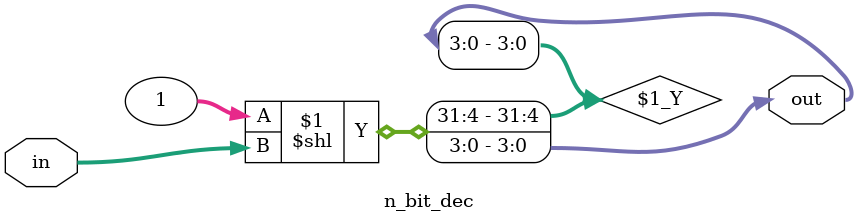
<source format=sv>
module n_bit_dec #(
    parameter n = 2
)(
    input logic [n-1:0] in,
    output logic [(1<<n) - 1:0] out
);
    assign out = 1 << in;

endmodule : n_bit_dec
</source>
